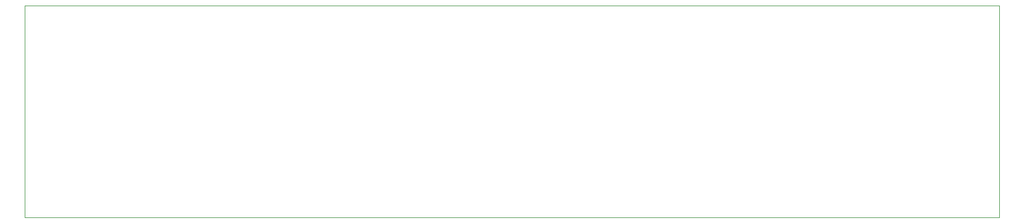
<source format=gm1>
G04 #@! TF.GenerationSoftware,KiCad,Pcbnew,7.0.1*
G04 #@! TF.CreationDate,2023-10-11T18:59:39-05:00*
G04 #@! TF.ProjectId,Touch_Board,546f7563-685f-4426-9f61-72642e6b6963,1*
G04 #@! TF.SameCoordinates,Original*
G04 #@! TF.FileFunction,Profile,NP*
%FSLAX46Y46*%
G04 Gerber Fmt 4.6, Leading zero omitted, Abs format (unit mm)*
G04 Created by KiCad (PCBNEW 7.0.1) date 2023-10-11 18:59:39*
%MOMM*%
%LPD*%
G01*
G04 APERTURE LIST*
G04 #@! TA.AperFunction,Profile*
%ADD10C,0.100000*%
G04 #@! TD*
G04 APERTURE END LIST*
D10*
X283385500Y-52000000D02*
X136614500Y-52000000D01*
X136614500Y-20000000D02*
X283385500Y-20000000D01*
X136614500Y-20000000D02*
X136614500Y-20000000D01*
X136614500Y-52000000D02*
X136614500Y-20000000D01*
X283385500Y-20000000D02*
X283385500Y-52000000D01*
M02*

</source>
